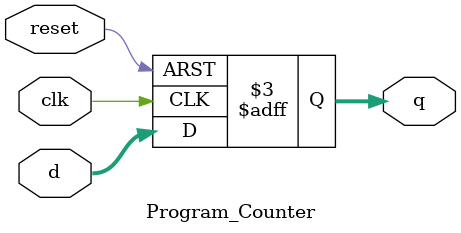
<source format=v>
module Program_Counter(input clk,input reset,input [31:0] d,output reg [31:0] q);

always@(posedge clk,posedge reset)
if(reset==1'b1)
    q<=0;
else
    q<=d;
endmodule
</source>
